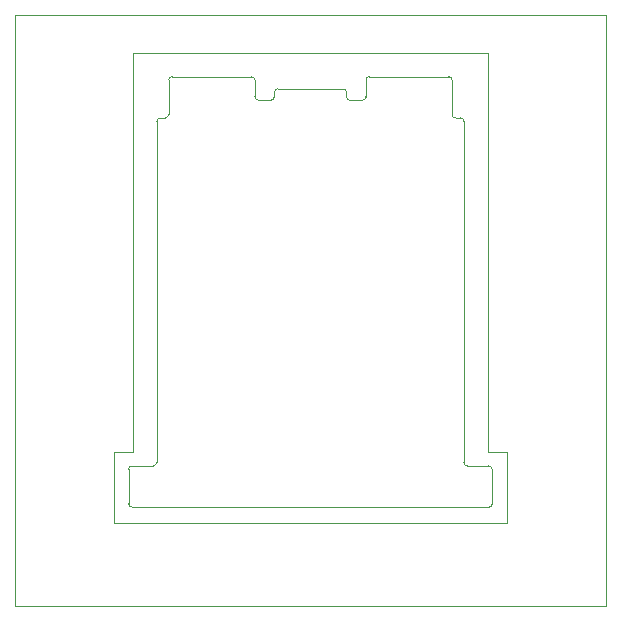
<source format=gbr>
%TF.GenerationSoftware,KiCad,Pcbnew,8.0.1*%
%TF.CreationDate,2024-04-01T09:21:36+11:00*%
%TF.ProjectId,DB9 RS232 Adapter,44423920-5253-4323-9332-204164617074,rev?*%
%TF.SameCoordinates,Original*%
%TF.FileFunction,Profile,NP*%
%FSLAX46Y46*%
G04 Gerber Fmt 4.6, Leading zero omitted, Abs format (unit mm)*
G04 Created by KiCad (PCBNEW 8.0.1) date 2024-04-01 09:21:36*
%MOMM*%
%LPD*%
G01*
G04 APERTURE LIST*
%TA.AperFunction,Profile*%
%ADD10C,0.050000*%
%TD*%
G04 APERTURE END LIST*
D10*
X219640000Y-104870000D02*
G75*
G02*
X219340000Y-105170000I-300000J0D01*
G01*
X245340000Y-75710000D02*
G75*
G02*
X245640000Y-76010000I0J-300000D01*
G01*
X220640000Y-72510000D02*
G75*
G02*
X220940000Y-72210000I300000J0D01*
G01*
X207640000Y-67030000D02*
X207640000Y-117030000D01*
X245940000Y-105170000D02*
G75*
G02*
X245640000Y-104870000I0J300000D01*
G01*
X236940000Y-74210000D02*
X237040000Y-74210000D01*
X248035000Y-105470000D02*
X248035000Y-108370032D01*
X219940000Y-75710000D02*
X220340000Y-75710000D01*
X227640000Y-72210000D02*
G75*
G02*
X227940000Y-72510000I0J-300000D01*
G01*
X228240000Y-74210000D02*
G75*
G02*
X227940000Y-73910000I0J300000D01*
G01*
X227940000Y-73910000D02*
X227940000Y-72510000D01*
X217640000Y-104010000D02*
X216000000Y-104010000D01*
X237340000Y-73910000D02*
X237340000Y-72510000D01*
X219340000Y-105170000D02*
X217545000Y-105170000D01*
X216000000Y-104010000D02*
X216000000Y-110000000D01*
X207640000Y-117030000D02*
X257640000Y-117030000D01*
X219640000Y-76010000D02*
G75*
G02*
X219940000Y-75710000I300000J0D01*
G01*
X247640000Y-70210000D02*
X247640000Y-104010000D01*
X220640000Y-75410000D02*
G75*
G02*
X220340000Y-75710000I-300000J0D01*
G01*
X237340000Y-73910000D02*
G75*
G02*
X237040000Y-74210000I-300000J0D01*
G01*
X227640000Y-72210000D02*
X220940000Y-72210000D01*
X245640000Y-76010000D02*
X245640000Y-104870000D01*
X257640000Y-67030000D02*
X257640000Y-117030000D01*
X244340000Y-72210000D02*
G75*
G02*
X244640000Y-72510000I0J-300000D01*
G01*
X248035000Y-108370032D02*
G75*
G02*
X247735000Y-108670100I-300100J32D01*
G01*
X217640000Y-70210000D02*
X217640000Y-104010000D01*
X220640000Y-75410000D02*
X220640000Y-72510000D01*
X219640000Y-76010000D02*
X219640000Y-104870000D01*
X217545000Y-108670032D02*
X247735000Y-108670032D01*
X247735000Y-105170000D02*
G75*
G02*
X248035000Y-105470000I0J-300000D01*
G01*
X244640000Y-75410000D02*
X244640000Y-72510000D01*
X249280000Y-104010000D02*
X247640000Y-104010000D01*
X244940000Y-75710000D02*
X245340000Y-75710000D01*
X217545000Y-108670032D02*
G75*
G02*
X217245068Y-108370032I0J299932D01*
G01*
X217245000Y-105470000D02*
G75*
G02*
X217545000Y-105170000I300000J0D01*
G01*
X237340000Y-72510000D02*
G75*
G02*
X237640000Y-72210000I300000J0D01*
G01*
X247735000Y-105170000D02*
X245940000Y-105170000D01*
X228240000Y-74210000D02*
X228340000Y-74210000D01*
X207640000Y-67030000D02*
X257640000Y-67030000D01*
X244940000Y-75710000D02*
G75*
G02*
X244640000Y-75410000I0J300000D01*
G01*
X249280000Y-104010000D02*
X249280000Y-110000000D01*
X216000000Y-110000000D02*
X249280000Y-110000000D01*
X237640000Y-72210000D02*
X244340000Y-72210000D01*
X217245000Y-105470000D02*
X217245000Y-108370032D01*
X217640000Y-70210000D02*
X247640000Y-70210000D01*
%TO.C,P1*%
X229290000Y-74210000D02*
X228340000Y-74210000D01*
X229590000Y-73550000D02*
X229590000Y-73910000D01*
X229890000Y-73250000D02*
X235390000Y-73250000D01*
X235690000Y-73550000D02*
X235690000Y-73910000D01*
X235990000Y-74210000D02*
X236940000Y-74210000D01*
X229590000Y-73550000D02*
G75*
G02*
X229890000Y-73250000I300000J0D01*
G01*
X229590000Y-73910000D02*
G75*
G02*
X229290000Y-74210000I-300000J0D01*
G01*
X235390000Y-73250000D02*
G75*
G02*
X235690000Y-73550000I0J-300000D01*
G01*
X235990000Y-74210000D02*
G75*
G02*
X235690000Y-73910000I0J300000D01*
G01*
%TD*%
M02*

</source>
